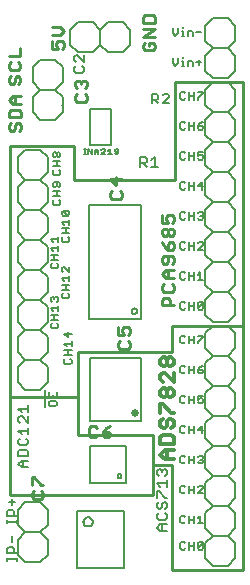
<source format=gto>
G75*
%MOIN*%
%OFA0B0*%
%FSLAX25Y25*%
%IPPOS*%
%LPD*%
%AMOC8*
5,1,8,0,0,1.08239X$1,22.5*
%
%ADD10C,0.01100*%
%ADD11C,0.00700*%
%ADD12C,0.00600*%
%ADD13C,0.01000*%
%ADD14C,0.01200*%
%ADD15C,0.00800*%
%ADD16C,0.00500*%
%ADD17C,0.02559*%
D10*
X0012128Y0027092D02*
X0011477Y0027743D01*
X0011477Y0029044D01*
X0012128Y0029694D01*
X0011477Y0031696D02*
X0011477Y0034298D01*
X0012128Y0034298D01*
X0014730Y0031696D01*
X0015381Y0031696D01*
X0014730Y0029694D02*
X0015381Y0029044D01*
X0015381Y0027743D01*
X0014730Y0027092D01*
X0012128Y0027092D01*
X0031173Y0047550D02*
X0030523Y0048201D01*
X0030523Y0050803D01*
X0031173Y0051453D01*
X0032474Y0051453D01*
X0033125Y0050803D01*
X0033125Y0048201D02*
X0032474Y0047550D01*
X0031173Y0047550D01*
X0035127Y0048201D02*
X0035777Y0047550D01*
X0037078Y0047550D01*
X0037729Y0048201D01*
X0037729Y0048851D01*
X0037078Y0049502D01*
X0035127Y0049502D01*
X0035127Y0048201D01*
X0035127Y0049502D02*
X0036428Y0050803D01*
X0037729Y0051453D01*
X0040878Y0077092D02*
X0040227Y0077743D01*
X0040227Y0079044D01*
X0040878Y0079694D01*
X0040227Y0081696D02*
X0042179Y0081696D01*
X0041528Y0082997D01*
X0041528Y0083648D01*
X0042179Y0084298D01*
X0043480Y0084298D01*
X0044131Y0083648D01*
X0044131Y0082347D01*
X0043480Y0081696D01*
X0043480Y0079694D02*
X0044131Y0079044D01*
X0044131Y0077743D01*
X0043480Y0077092D01*
X0040878Y0077092D01*
X0040227Y0081696D02*
X0040227Y0084298D01*
X0054977Y0091550D02*
X0054977Y0093502D01*
X0055628Y0094152D01*
X0056929Y0094152D01*
X0057580Y0093502D01*
X0057580Y0091550D01*
X0058881Y0091550D02*
X0054977Y0091550D01*
X0055628Y0096154D02*
X0058230Y0096154D01*
X0058881Y0096804D01*
X0058881Y0098106D01*
X0058230Y0098756D01*
X0058881Y0100758D02*
X0056278Y0100758D01*
X0054977Y0102059D01*
X0056278Y0103360D01*
X0058881Y0103360D01*
X0058230Y0105362D02*
X0058881Y0106012D01*
X0058881Y0107313D01*
X0058230Y0107964D01*
X0055628Y0107964D01*
X0054977Y0107313D01*
X0054977Y0106012D01*
X0055628Y0105362D01*
X0056278Y0105362D01*
X0056929Y0106012D01*
X0056929Y0107964D01*
X0056929Y0109966D02*
X0055628Y0111267D01*
X0054977Y0112568D01*
X0055628Y0114570D02*
X0054977Y0115220D01*
X0054977Y0116521D01*
X0055628Y0117172D01*
X0056278Y0117172D01*
X0056929Y0116521D01*
X0056929Y0115220D01*
X0056278Y0114570D01*
X0055628Y0114570D01*
X0056929Y0115220D02*
X0057580Y0114570D01*
X0058230Y0114570D01*
X0058881Y0115220D01*
X0058881Y0116521D01*
X0058230Y0117172D01*
X0057580Y0117172D01*
X0056929Y0116521D01*
X0056929Y0119174D02*
X0056278Y0120475D01*
X0056278Y0121125D01*
X0056929Y0121776D01*
X0058230Y0121776D01*
X0058881Y0121125D01*
X0058881Y0119824D01*
X0058230Y0119174D01*
X0056929Y0119174D02*
X0054977Y0119174D01*
X0054977Y0121776D01*
X0057580Y0112568D02*
X0056929Y0111917D01*
X0056929Y0109966D01*
X0058230Y0109966D01*
X0058881Y0110616D01*
X0058881Y0111917D01*
X0058230Y0112568D01*
X0057580Y0112568D01*
X0056929Y0103360D02*
X0056929Y0100758D01*
X0055628Y0098756D02*
X0054977Y0098106D01*
X0054977Y0096804D01*
X0055628Y0096154D01*
X0040980Y0127092D02*
X0041631Y0127743D01*
X0041631Y0129044D01*
X0040980Y0129694D01*
X0039679Y0131696D02*
X0039679Y0134298D01*
X0037727Y0133648D02*
X0039679Y0131696D01*
X0038378Y0129694D02*
X0037727Y0129044D01*
X0037727Y0127743D01*
X0038378Y0127092D01*
X0040980Y0127092D01*
X0041631Y0133648D02*
X0037727Y0133648D01*
X0029230Y0159300D02*
X0026628Y0159300D01*
X0025977Y0159951D01*
X0025977Y0161252D01*
X0026628Y0161902D01*
X0026628Y0163904D02*
X0025977Y0164554D01*
X0025977Y0165856D01*
X0026628Y0166506D01*
X0027278Y0166506D01*
X0027929Y0165856D01*
X0028580Y0166506D01*
X0029230Y0166506D01*
X0029881Y0165856D01*
X0029881Y0164554D01*
X0029230Y0163904D01*
X0027929Y0165205D02*
X0027929Y0165856D01*
X0029230Y0161902D02*
X0029881Y0161252D01*
X0029881Y0159951D01*
X0029230Y0159300D01*
X0021554Y0177020D02*
X0022205Y0177670D01*
X0022205Y0178971D01*
X0021554Y0179622D01*
X0020253Y0179622D01*
X0019602Y0178971D01*
X0019602Y0178321D01*
X0020253Y0177020D01*
X0018301Y0177020D01*
X0018301Y0179622D01*
X0018301Y0181623D02*
X0020903Y0181623D01*
X0022205Y0182925D01*
X0020903Y0184226D01*
X0018301Y0184226D01*
X0007750Y0177296D02*
X0007750Y0174694D01*
X0003847Y0174694D01*
X0004497Y0172693D02*
X0003847Y0172042D01*
X0003847Y0170741D01*
X0004497Y0170090D01*
X0007099Y0170090D01*
X0007750Y0170741D01*
X0007750Y0172042D01*
X0007099Y0172693D01*
X0007099Y0168089D02*
X0006449Y0168089D01*
X0005798Y0167438D01*
X0005798Y0166137D01*
X0005148Y0165486D01*
X0004497Y0165486D01*
X0003847Y0166137D01*
X0003847Y0167438D01*
X0004497Y0168089D01*
X0007099Y0168089D02*
X0007750Y0167438D01*
X0007750Y0166137D01*
X0007099Y0165486D01*
X0007875Y0161434D02*
X0005273Y0161434D01*
X0003971Y0160133D01*
X0005273Y0158832D01*
X0007875Y0158832D01*
X0007224Y0156830D02*
X0004622Y0156830D01*
X0003971Y0156179D01*
X0003971Y0154228D01*
X0007875Y0154228D01*
X0007875Y0156179D01*
X0007224Y0156830D01*
X0005923Y0158832D02*
X0005923Y0161434D01*
X0006574Y0152226D02*
X0007224Y0152226D01*
X0007875Y0151576D01*
X0007875Y0150274D01*
X0007224Y0149624D01*
X0005923Y0150274D02*
X0005923Y0151576D01*
X0006574Y0152226D01*
X0005923Y0150274D02*
X0005273Y0149624D01*
X0004622Y0149624D01*
X0003971Y0150274D01*
X0003971Y0151576D01*
X0004622Y0152226D01*
X0048727Y0177201D02*
X0049378Y0176550D01*
X0051980Y0176550D01*
X0052631Y0177201D01*
X0052631Y0178502D01*
X0051980Y0179152D01*
X0050679Y0179152D01*
X0050679Y0177851D01*
X0049378Y0179152D02*
X0048727Y0178502D01*
X0048727Y0177201D01*
X0048727Y0181154D02*
X0052631Y0183756D01*
X0048727Y0183756D01*
X0048727Y0185758D02*
X0048727Y0187710D01*
X0049378Y0188360D01*
X0051980Y0188360D01*
X0052631Y0187710D01*
X0052631Y0185758D01*
X0048727Y0185758D01*
X0048727Y0181154D02*
X0052631Y0181154D01*
D11*
X0058531Y0182184D02*
X0059365Y0181350D01*
X0060199Y0182184D01*
X0060199Y0183852D01*
X0061477Y0183018D02*
X0061894Y0183018D01*
X0061894Y0181350D01*
X0061477Y0181350D02*
X0062311Y0181350D01*
X0063442Y0181350D02*
X0063442Y0183018D01*
X0064693Y0183018D01*
X0065110Y0182601D01*
X0065110Y0181350D01*
X0066388Y0182601D02*
X0068056Y0182601D01*
X0067222Y0173435D02*
X0067222Y0171767D01*
X0066388Y0172601D02*
X0068056Y0172601D01*
X0065110Y0172601D02*
X0065110Y0171350D01*
X0065110Y0172601D02*
X0064693Y0173018D01*
X0063442Y0173018D01*
X0063442Y0171350D01*
X0062311Y0171350D02*
X0061477Y0171350D01*
X0061894Y0171350D02*
X0061894Y0173018D01*
X0061477Y0173018D01*
X0061894Y0173852D02*
X0061894Y0174269D01*
X0060199Y0173852D02*
X0060199Y0172184D01*
X0059365Y0171350D01*
X0058531Y0172184D01*
X0058531Y0173852D01*
X0058531Y0182184D02*
X0058531Y0183852D01*
X0061894Y0183852D02*
X0061894Y0184269D01*
X0062282Y0162602D02*
X0061448Y0162602D01*
X0061031Y0162185D01*
X0061031Y0160517D01*
X0061448Y0160100D01*
X0062282Y0160100D01*
X0062699Y0160517D01*
X0062699Y0162185D02*
X0062282Y0162602D01*
X0063977Y0162602D02*
X0063977Y0160100D01*
X0063977Y0161351D02*
X0065645Y0161351D01*
X0065645Y0162602D02*
X0065645Y0160100D01*
X0066924Y0160100D02*
X0066924Y0160517D01*
X0068592Y0162185D01*
X0068592Y0162602D01*
X0066924Y0162602D01*
X0065645Y0152602D02*
X0065645Y0150100D01*
X0065645Y0151351D02*
X0063977Y0151351D01*
X0063977Y0150100D02*
X0063977Y0152602D01*
X0062699Y0152185D02*
X0062282Y0152602D01*
X0061448Y0152602D01*
X0061031Y0152185D01*
X0061031Y0150517D01*
X0061448Y0150100D01*
X0062282Y0150100D01*
X0062699Y0150517D01*
X0062282Y0142602D02*
X0061448Y0142602D01*
X0061031Y0142185D01*
X0061031Y0140517D01*
X0061448Y0140100D01*
X0062282Y0140100D01*
X0062699Y0140517D01*
X0062699Y0142185D02*
X0062282Y0142602D01*
X0063977Y0142602D02*
X0063977Y0140100D01*
X0063977Y0141351D02*
X0065645Y0141351D01*
X0065645Y0142602D02*
X0065645Y0140100D01*
X0066924Y0140517D02*
X0067341Y0140100D01*
X0068175Y0140100D01*
X0068592Y0140517D01*
X0068592Y0141351D01*
X0068175Y0141768D01*
X0067758Y0141768D01*
X0066924Y0141351D01*
X0066924Y0142602D01*
X0068592Y0142602D01*
X0068175Y0150100D02*
X0067341Y0150100D01*
X0066924Y0150517D01*
X0066924Y0151351D01*
X0068175Y0151351D01*
X0068592Y0150934D01*
X0068592Y0150517D01*
X0068175Y0150100D01*
X0066924Y0151351D02*
X0067758Y0152185D01*
X0068592Y0152602D01*
X0068175Y0132602D02*
X0066924Y0131351D01*
X0068592Y0131351D01*
X0068175Y0130100D02*
X0068175Y0132602D01*
X0065645Y0132602D02*
X0065645Y0130100D01*
X0065645Y0131351D02*
X0063977Y0131351D01*
X0063977Y0130100D02*
X0063977Y0132602D01*
X0062699Y0132185D02*
X0062282Y0132602D01*
X0061448Y0132602D01*
X0061031Y0132185D01*
X0061031Y0130517D01*
X0061448Y0130100D01*
X0062282Y0130100D01*
X0062699Y0130517D01*
X0062282Y0122602D02*
X0061448Y0122602D01*
X0061031Y0122185D01*
X0061031Y0120517D01*
X0061448Y0120100D01*
X0062282Y0120100D01*
X0062699Y0120517D01*
X0062699Y0122185D02*
X0062282Y0122602D01*
X0063977Y0122602D02*
X0063977Y0120100D01*
X0063977Y0121351D02*
X0065645Y0121351D01*
X0065645Y0122602D02*
X0065645Y0120100D01*
X0066924Y0120517D02*
X0067341Y0120100D01*
X0068175Y0120100D01*
X0068592Y0120517D01*
X0068592Y0120934D01*
X0068175Y0121351D01*
X0067758Y0121351D01*
X0068175Y0121351D02*
X0068592Y0121768D01*
X0068592Y0122185D01*
X0068175Y0122602D01*
X0067341Y0122602D01*
X0066924Y0122185D01*
X0067341Y0112602D02*
X0066924Y0112185D01*
X0067341Y0112602D02*
X0068175Y0112602D01*
X0068592Y0112185D01*
X0068592Y0111768D01*
X0066924Y0110100D01*
X0068592Y0110100D01*
X0065645Y0110100D02*
X0065645Y0112602D01*
X0065645Y0111351D02*
X0063977Y0111351D01*
X0063977Y0110100D02*
X0063977Y0112602D01*
X0062699Y0112185D02*
X0062282Y0112602D01*
X0061448Y0112602D01*
X0061031Y0112185D01*
X0061031Y0110517D01*
X0061448Y0110100D01*
X0062282Y0110100D01*
X0062699Y0110517D01*
X0062282Y0102602D02*
X0061448Y0102602D01*
X0061031Y0102185D01*
X0061031Y0100517D01*
X0061448Y0100100D01*
X0062282Y0100100D01*
X0062699Y0100517D01*
X0062699Y0102185D02*
X0062282Y0102602D01*
X0063977Y0102602D02*
X0063977Y0100100D01*
X0063977Y0101351D02*
X0065645Y0101351D01*
X0065645Y0102602D02*
X0065645Y0100100D01*
X0066924Y0100100D02*
X0068592Y0100100D01*
X0067758Y0100100D02*
X0067758Y0102602D01*
X0066924Y0101768D01*
X0067341Y0092602D02*
X0068175Y0092602D01*
X0068592Y0092185D01*
X0066924Y0090517D01*
X0067341Y0090100D01*
X0068175Y0090100D01*
X0068592Y0090517D01*
X0068592Y0092185D01*
X0067341Y0092602D02*
X0066924Y0092185D01*
X0066924Y0090517D01*
X0065645Y0090100D02*
X0065645Y0092602D01*
X0065645Y0091351D02*
X0063977Y0091351D01*
X0063977Y0090100D02*
X0063977Y0092602D01*
X0062699Y0092185D02*
X0062282Y0092602D01*
X0061448Y0092602D01*
X0061031Y0092185D01*
X0061031Y0090517D01*
X0061448Y0090100D01*
X0062282Y0090100D01*
X0062699Y0090517D01*
X0062282Y0081352D02*
X0061448Y0081352D01*
X0061031Y0080935D01*
X0061031Y0079267D01*
X0061448Y0078850D01*
X0062282Y0078850D01*
X0062699Y0079267D01*
X0062699Y0080935D02*
X0062282Y0081352D01*
X0063977Y0081352D02*
X0063977Y0078850D01*
X0063977Y0080101D02*
X0065645Y0080101D01*
X0065645Y0081352D02*
X0065645Y0078850D01*
X0066924Y0078850D02*
X0066924Y0079267D01*
X0068592Y0080935D01*
X0068592Y0081352D01*
X0066924Y0081352D01*
X0065645Y0071352D02*
X0065645Y0068850D01*
X0065645Y0070101D02*
X0063977Y0070101D01*
X0063977Y0068850D02*
X0063977Y0071352D01*
X0062699Y0070935D02*
X0062282Y0071352D01*
X0061448Y0071352D01*
X0061031Y0070935D01*
X0061031Y0069267D01*
X0061448Y0068850D01*
X0062282Y0068850D01*
X0062699Y0069267D01*
X0062282Y0061352D02*
X0061448Y0061352D01*
X0061031Y0060935D01*
X0061031Y0059267D01*
X0061448Y0058850D01*
X0062282Y0058850D01*
X0062699Y0059267D01*
X0062699Y0060935D02*
X0062282Y0061352D01*
X0063977Y0061352D02*
X0063977Y0058850D01*
X0063977Y0060101D02*
X0065645Y0060101D01*
X0065645Y0061352D02*
X0065645Y0058850D01*
X0066924Y0059267D02*
X0067341Y0058850D01*
X0068175Y0058850D01*
X0068592Y0059267D01*
X0068592Y0060101D01*
X0068175Y0060518D01*
X0067758Y0060518D01*
X0066924Y0060101D01*
X0066924Y0061352D01*
X0068592Y0061352D01*
X0068175Y0068850D02*
X0067341Y0068850D01*
X0066924Y0069267D01*
X0066924Y0070101D01*
X0068175Y0070101D01*
X0068592Y0069684D01*
X0068592Y0069267D01*
X0068175Y0068850D01*
X0066924Y0070101D02*
X0067758Y0070935D01*
X0068592Y0071352D01*
X0068175Y0051352D02*
X0066924Y0050101D01*
X0068592Y0050101D01*
X0068175Y0048850D02*
X0068175Y0051352D01*
X0065645Y0051352D02*
X0065645Y0048850D01*
X0065645Y0050101D02*
X0063977Y0050101D01*
X0063977Y0048850D02*
X0063977Y0051352D01*
X0062699Y0050935D02*
X0062282Y0051352D01*
X0061448Y0051352D01*
X0061031Y0050935D01*
X0061031Y0049267D01*
X0061448Y0048850D01*
X0062282Y0048850D01*
X0062699Y0049267D01*
X0062282Y0041352D02*
X0061448Y0041352D01*
X0061031Y0040935D01*
X0061031Y0039267D01*
X0061448Y0038850D01*
X0062282Y0038850D01*
X0062699Y0039267D01*
X0062699Y0040935D02*
X0062282Y0041352D01*
X0063977Y0041352D02*
X0063977Y0038850D01*
X0063977Y0040101D02*
X0065645Y0040101D01*
X0065645Y0041352D02*
X0065645Y0038850D01*
X0066924Y0039267D02*
X0067341Y0038850D01*
X0068175Y0038850D01*
X0068592Y0039267D01*
X0068592Y0039684D01*
X0068175Y0040101D01*
X0067758Y0040101D01*
X0068175Y0040101D02*
X0068592Y0040518D01*
X0068592Y0040935D01*
X0068175Y0041352D01*
X0067341Y0041352D01*
X0066924Y0040935D01*
X0067341Y0031352D02*
X0066924Y0030935D01*
X0067341Y0031352D02*
X0068175Y0031352D01*
X0068592Y0030935D01*
X0068592Y0030518D01*
X0066924Y0028850D01*
X0068592Y0028850D01*
X0065645Y0028850D02*
X0065645Y0031352D01*
X0065645Y0030101D02*
X0063977Y0030101D01*
X0063977Y0028850D02*
X0063977Y0031352D01*
X0062699Y0030935D02*
X0062282Y0031352D01*
X0061448Y0031352D01*
X0061031Y0030935D01*
X0061031Y0029267D01*
X0061448Y0028850D01*
X0062282Y0028850D01*
X0062699Y0029267D01*
X0062282Y0021352D02*
X0061448Y0021352D01*
X0061031Y0020935D01*
X0061031Y0019267D01*
X0061448Y0018850D01*
X0062282Y0018850D01*
X0062699Y0019267D01*
X0062699Y0020935D02*
X0062282Y0021352D01*
X0063977Y0021352D02*
X0063977Y0018850D01*
X0063977Y0020101D02*
X0065645Y0020101D01*
X0065645Y0021352D02*
X0065645Y0018850D01*
X0066924Y0018850D02*
X0068592Y0018850D01*
X0067758Y0018850D02*
X0067758Y0021352D01*
X0066924Y0020518D01*
X0067341Y0012602D02*
X0066924Y0012185D01*
X0066924Y0010517D01*
X0068592Y0012185D01*
X0068592Y0010517D01*
X0068175Y0010100D01*
X0067341Y0010100D01*
X0066924Y0010517D01*
X0065645Y0010100D02*
X0065645Y0012602D01*
X0065645Y0011351D02*
X0063977Y0011351D01*
X0063977Y0010100D02*
X0063977Y0012602D01*
X0062699Y0012185D02*
X0062282Y0012602D01*
X0061448Y0012602D01*
X0061031Y0012185D01*
X0061031Y0010517D01*
X0061448Y0010100D01*
X0062282Y0010100D01*
X0062699Y0010517D01*
X0067341Y0012602D02*
X0068175Y0012602D01*
X0068592Y0012185D01*
X0024364Y0072064D02*
X0024781Y0072481D01*
X0024781Y0073315D01*
X0024364Y0073732D01*
X0024781Y0075010D02*
X0022279Y0075010D01*
X0023530Y0075010D02*
X0023530Y0076679D01*
X0022279Y0076679D02*
X0024781Y0076679D01*
X0024781Y0077957D02*
X0024781Y0079625D01*
X0024781Y0078791D02*
X0022279Y0078791D01*
X0023113Y0077957D01*
X0023530Y0080903D02*
X0022279Y0082155D01*
X0024781Y0082155D01*
X0023530Y0082572D02*
X0023530Y0080903D01*
X0020331Y0084267D02*
X0020331Y0085101D01*
X0019914Y0085518D01*
X0020331Y0084267D02*
X0019914Y0083850D01*
X0018246Y0083850D01*
X0017829Y0084267D01*
X0017829Y0085101D01*
X0018246Y0085518D01*
X0017829Y0086797D02*
X0020331Y0086797D01*
X0020331Y0088465D02*
X0017829Y0088465D01*
X0019080Y0088465D02*
X0019080Y0086797D01*
X0018663Y0089743D02*
X0017829Y0090577D01*
X0020331Y0090577D01*
X0020331Y0089743D02*
X0020331Y0091411D01*
X0019914Y0092690D02*
X0020331Y0093107D01*
X0020331Y0093941D01*
X0019914Y0094358D01*
X0019497Y0094358D01*
X0019080Y0093941D01*
X0019080Y0093524D01*
X0019080Y0093941D02*
X0018663Y0094358D01*
X0018246Y0094358D01*
X0017829Y0093941D01*
X0017829Y0093107D01*
X0018246Y0092690D01*
X0021579Y0094267D02*
X0021996Y0093850D01*
X0023664Y0093850D01*
X0024081Y0094267D01*
X0024081Y0095101D01*
X0023664Y0095518D01*
X0024081Y0096797D02*
X0021579Y0096797D01*
X0021996Y0095518D02*
X0021579Y0095101D01*
X0021579Y0094267D01*
X0022830Y0096797D02*
X0022830Y0098465D01*
X0021579Y0098465D02*
X0024081Y0098465D01*
X0024081Y0099743D02*
X0024081Y0101411D01*
X0024081Y0100577D02*
X0021579Y0100577D01*
X0022413Y0099743D01*
X0021996Y0102690D02*
X0021579Y0103107D01*
X0021579Y0103941D01*
X0021996Y0104358D01*
X0022413Y0104358D01*
X0024081Y0102690D01*
X0024081Y0104358D01*
X0020331Y0104267D02*
X0020331Y0105101D01*
X0019914Y0105518D01*
X0020331Y0104267D02*
X0019914Y0103850D01*
X0018246Y0103850D01*
X0017829Y0104267D01*
X0017829Y0105101D01*
X0018246Y0105518D01*
X0017829Y0106797D02*
X0020331Y0106797D01*
X0020331Y0108465D02*
X0017829Y0108465D01*
X0019080Y0108465D02*
X0019080Y0106797D01*
X0018663Y0109743D02*
X0017829Y0110577D01*
X0020331Y0110577D01*
X0020331Y0109743D02*
X0020331Y0111411D01*
X0020331Y0112690D02*
X0020331Y0114358D01*
X0020331Y0113524D02*
X0017829Y0113524D01*
X0018663Y0112690D01*
X0021579Y0113017D02*
X0021996Y0112600D01*
X0023664Y0112600D01*
X0024081Y0113017D01*
X0024081Y0113851D01*
X0023664Y0114268D01*
X0024081Y0115547D02*
X0021579Y0115547D01*
X0021996Y0114268D02*
X0021579Y0113851D01*
X0021579Y0113017D01*
X0022830Y0115547D02*
X0022830Y0117215D01*
X0021579Y0117215D02*
X0024081Y0117215D01*
X0024081Y0118493D02*
X0024081Y0120161D01*
X0024081Y0119327D02*
X0021579Y0119327D01*
X0022413Y0118493D01*
X0021996Y0121440D02*
X0021579Y0121857D01*
X0021579Y0122691D01*
X0021996Y0123108D01*
X0023664Y0121440D01*
X0024081Y0121857D01*
X0024081Y0122691D01*
X0023664Y0123108D01*
X0021996Y0123108D01*
X0021996Y0121440D02*
X0023664Y0121440D01*
X0020614Y0125010D02*
X0021031Y0125427D01*
X0021031Y0126262D01*
X0020614Y0126679D01*
X0021031Y0127957D02*
X0018529Y0127957D01*
X0019780Y0127957D02*
X0019780Y0129625D01*
X0018529Y0129625D02*
X0021031Y0129625D01*
X0020614Y0130903D02*
X0021031Y0131320D01*
X0021031Y0132155D01*
X0020614Y0132572D01*
X0018946Y0132572D01*
X0018529Y0132155D01*
X0018529Y0131320D01*
X0018946Y0130903D01*
X0019363Y0130903D01*
X0019780Y0131320D01*
X0019780Y0132572D01*
X0018946Y0135010D02*
X0020614Y0135010D01*
X0021031Y0135427D01*
X0021031Y0136262D01*
X0020614Y0136679D01*
X0021031Y0137957D02*
X0018529Y0137957D01*
X0019780Y0137957D02*
X0019780Y0139625D01*
X0018529Y0139625D02*
X0021031Y0139625D01*
X0020614Y0140903D02*
X0020197Y0140903D01*
X0019780Y0141320D01*
X0019780Y0142155D01*
X0020197Y0142572D01*
X0020614Y0142572D01*
X0021031Y0142155D01*
X0021031Y0141320D01*
X0020614Y0140903D01*
X0019780Y0141320D02*
X0019363Y0140903D01*
X0018946Y0140903D01*
X0018529Y0141320D01*
X0018529Y0142155D01*
X0018946Y0142572D01*
X0019363Y0142572D01*
X0019780Y0142155D01*
X0018946Y0136679D02*
X0018529Y0136262D01*
X0018529Y0135427D01*
X0018946Y0135010D01*
X0018946Y0126679D02*
X0018529Y0126262D01*
X0018529Y0125427D01*
X0018946Y0125010D01*
X0020614Y0125010D01*
X0022696Y0073732D02*
X0022279Y0073315D01*
X0022279Y0072481D01*
X0022696Y0072064D01*
X0024364Y0072064D01*
X0019781Y0062572D02*
X0019781Y0060903D01*
X0017279Y0060903D01*
X0017279Y0062572D01*
X0018530Y0061738D02*
X0018530Y0060903D01*
X0019364Y0059625D02*
X0017696Y0059625D01*
X0017279Y0059208D01*
X0017279Y0058374D01*
X0017696Y0057957D01*
X0019364Y0057957D01*
X0019781Y0058374D01*
X0019781Y0059208D01*
X0019364Y0059625D01*
X0015881Y0057607D02*
X0015881Y0063500D01*
D12*
X0014431Y0063500D02*
X0016931Y0066000D01*
X0016931Y0071000D01*
X0014431Y0073500D01*
X0016931Y0076000D01*
X0016931Y0081000D01*
X0014431Y0083500D01*
X0009431Y0083500D01*
X0006931Y0081000D01*
X0006931Y0076000D01*
X0009431Y0073500D01*
X0014431Y0073500D01*
X0014431Y0083500D02*
X0016931Y0086000D01*
X0016931Y0091000D01*
X0014431Y0093500D01*
X0016931Y0096000D01*
X0016931Y0101000D01*
X0014431Y0103500D01*
X0016931Y0106000D01*
X0016931Y0111000D01*
X0014431Y0113500D01*
X0009431Y0113500D01*
X0006931Y0111000D01*
X0006931Y0106000D01*
X0009431Y0103500D01*
X0014431Y0103500D01*
X0014431Y0093500D02*
X0009431Y0093500D01*
X0006931Y0096000D01*
X0006931Y0101000D01*
X0009431Y0103500D01*
X0009431Y0093500D02*
X0006931Y0091000D01*
X0006931Y0086000D01*
X0009431Y0083500D01*
X0009431Y0073500D02*
X0006931Y0071000D01*
X0006931Y0066000D01*
X0009431Y0063500D01*
X0014431Y0063500D01*
X0014431Y0026000D02*
X0009431Y0026000D01*
X0006931Y0023500D01*
X0006931Y0018500D01*
X0009431Y0016000D01*
X0006931Y0013500D01*
X0006931Y0008500D01*
X0009431Y0006000D01*
X0014431Y0006000D01*
X0016931Y0008500D01*
X0016931Y0013500D01*
X0014431Y0016000D01*
X0009431Y0016000D01*
X0014431Y0016000D02*
X0016931Y0018500D01*
X0016931Y0023500D01*
X0014431Y0026000D01*
X0014431Y0113500D02*
X0016931Y0116000D01*
X0016931Y0121000D01*
X0014431Y0123500D01*
X0016931Y0126000D01*
X0016931Y0131000D01*
X0014431Y0133500D01*
X0016931Y0136000D01*
X0016931Y0141000D01*
X0014431Y0143500D01*
X0009431Y0143500D01*
X0006931Y0141000D01*
X0006931Y0136000D01*
X0009431Y0133500D01*
X0014431Y0133500D01*
X0014431Y0123500D02*
X0009431Y0123500D01*
X0006931Y0126000D01*
X0006931Y0131000D01*
X0009431Y0133500D01*
X0009431Y0123500D02*
X0006931Y0121000D01*
X0006931Y0116000D01*
X0009431Y0113500D01*
X0014431Y0153500D02*
X0011931Y0156000D01*
X0011931Y0161000D01*
X0014431Y0163500D01*
X0011931Y0166000D01*
X0011931Y0171000D01*
X0014431Y0173500D01*
X0019431Y0173500D01*
X0021931Y0171000D01*
X0021931Y0166000D01*
X0019431Y0163500D01*
X0021931Y0161000D01*
X0021931Y0156000D01*
X0019431Y0153500D01*
X0014431Y0153500D01*
X0014431Y0163500D02*
X0019431Y0163500D01*
X0021755Y0158500D02*
X0021931Y0158500D01*
X0026931Y0176000D02*
X0031931Y0176000D01*
X0034431Y0178500D01*
X0036931Y0176000D01*
X0041931Y0176000D01*
X0044431Y0178500D01*
X0044431Y0183500D01*
X0041931Y0186000D01*
X0036931Y0186000D01*
X0034431Y0183500D01*
X0034431Y0178500D01*
X0034431Y0183500D02*
X0031931Y0186000D01*
X0026931Y0186000D01*
X0024431Y0183500D01*
X0024431Y0178500D01*
X0026931Y0176000D01*
X0069431Y0174750D02*
X0069431Y0169750D01*
X0071931Y0167250D01*
X0076931Y0167250D01*
X0079431Y0169750D01*
X0079431Y0174750D01*
X0076931Y0177250D01*
X0079431Y0179750D01*
X0079431Y0184750D01*
X0076931Y0187250D01*
X0071931Y0187250D01*
X0069431Y0184750D01*
X0069431Y0179750D01*
X0071931Y0177250D01*
X0076931Y0177250D01*
X0071931Y0177250D02*
X0069431Y0174750D01*
X0071931Y0166000D02*
X0076931Y0166000D01*
X0079431Y0163500D01*
X0079431Y0158500D01*
X0076931Y0156000D01*
X0079431Y0153500D01*
X0079431Y0148500D01*
X0076931Y0146000D01*
X0079431Y0143500D01*
X0079431Y0138500D01*
X0076931Y0136000D01*
X0079431Y0133500D01*
X0079431Y0128500D01*
X0076931Y0126000D01*
X0079431Y0123500D01*
X0079431Y0118500D01*
X0076931Y0116000D01*
X0079431Y0113500D01*
X0079431Y0108500D01*
X0076931Y0106000D01*
X0079431Y0103500D01*
X0079431Y0098500D01*
X0076931Y0096000D01*
X0079431Y0093500D01*
X0079431Y0088500D01*
X0076931Y0086000D01*
X0071931Y0086000D01*
X0069431Y0088500D01*
X0069431Y0093500D01*
X0071931Y0096000D01*
X0069431Y0098500D01*
X0069431Y0103500D01*
X0071931Y0106000D01*
X0076931Y0106000D01*
X0076931Y0116000D02*
X0071931Y0116000D01*
X0069431Y0118500D01*
X0069431Y0123500D01*
X0071931Y0126000D01*
X0069431Y0128500D01*
X0069431Y0133500D01*
X0071931Y0136000D01*
X0076931Y0136000D01*
X0076931Y0126000D02*
X0071931Y0126000D01*
X0071931Y0116000D02*
X0069431Y0113500D01*
X0069431Y0108500D01*
X0071931Y0106000D01*
X0071931Y0096000D02*
X0076931Y0096000D01*
X0076931Y0084750D02*
X0079431Y0082250D01*
X0079431Y0077250D01*
X0076931Y0074750D01*
X0079431Y0072250D01*
X0079431Y0067250D01*
X0076931Y0064750D01*
X0079431Y0062250D01*
X0079431Y0057250D01*
X0076931Y0054750D01*
X0079431Y0052250D01*
X0079431Y0047250D01*
X0076931Y0044750D01*
X0079431Y0042250D01*
X0079431Y0037250D01*
X0076931Y0034750D01*
X0079431Y0032250D01*
X0079431Y0027250D01*
X0076931Y0024750D01*
X0079431Y0022250D01*
X0079431Y0017250D01*
X0076931Y0014750D01*
X0079431Y0012250D01*
X0079431Y0007250D01*
X0076931Y0004750D01*
X0071931Y0004750D01*
X0069431Y0007250D01*
X0069431Y0012250D01*
X0071931Y0014750D01*
X0069431Y0017250D01*
X0069431Y0022250D01*
X0071931Y0024750D01*
X0076931Y0024750D01*
X0076931Y0014750D02*
X0071931Y0014750D01*
X0071931Y0024750D02*
X0069431Y0027250D01*
X0069431Y0032250D01*
X0071931Y0034750D01*
X0069431Y0037250D01*
X0069431Y0042250D01*
X0071931Y0044750D01*
X0069431Y0047250D01*
X0069431Y0052250D01*
X0071931Y0054750D01*
X0076931Y0054750D01*
X0076931Y0044750D02*
X0071931Y0044750D01*
X0071931Y0034750D02*
X0076931Y0034750D01*
X0071931Y0054750D02*
X0069431Y0057250D01*
X0069431Y0062250D01*
X0071931Y0064750D01*
X0069431Y0067250D01*
X0069431Y0072250D01*
X0071931Y0074750D01*
X0069431Y0077250D01*
X0069431Y0082250D01*
X0071931Y0084750D01*
X0076931Y0084750D01*
X0076931Y0074750D02*
X0071931Y0074750D01*
X0071931Y0064750D02*
X0076931Y0064750D01*
X0071931Y0136000D02*
X0069431Y0138500D01*
X0069431Y0143500D01*
X0071931Y0146000D01*
X0069431Y0148500D01*
X0069431Y0153500D01*
X0071931Y0156000D01*
X0069431Y0158500D01*
X0069431Y0163500D01*
X0071931Y0166000D01*
X0071931Y0156000D02*
X0076931Y0156000D01*
X0076931Y0146000D02*
X0071931Y0146000D01*
D13*
X0081931Y0166000D02*
X0081931Y0084750D01*
X0058181Y0084750D01*
X0058181Y0076000D01*
X0026931Y0076000D01*
X0026931Y0061000D01*
X0004431Y0061000D01*
X0004431Y0028500D01*
X0051931Y0028500D01*
X0051931Y0038500D01*
X0058181Y0038500D01*
X0058181Y0003500D01*
X0081931Y0003500D01*
X0081931Y0084750D01*
X0059431Y0133500D02*
X0059431Y0166000D01*
X0081931Y0166000D01*
X0059431Y0133500D02*
X0025681Y0133500D01*
X0025681Y0144750D01*
X0004431Y0144750D01*
X0004431Y0061000D01*
X0026931Y0061000D02*
X0026931Y0048500D01*
X0051931Y0048500D01*
X0051931Y0038500D01*
D14*
X0054427Y0041818D02*
X0055895Y0043286D01*
X0058831Y0043286D01*
X0058831Y0045506D02*
X0058831Y0047708D01*
X0058097Y0048442D01*
X0055161Y0048442D01*
X0054427Y0047708D01*
X0054427Y0045506D01*
X0058831Y0045506D01*
X0056629Y0043286D02*
X0056629Y0040350D01*
X0055895Y0040350D02*
X0054427Y0041818D01*
X0055895Y0040350D02*
X0058831Y0040350D01*
X0058097Y0050663D02*
X0058831Y0051397D01*
X0058831Y0052865D01*
X0058097Y0053599D01*
X0057363Y0053599D01*
X0056629Y0052865D01*
X0056629Y0051397D01*
X0055895Y0050663D01*
X0055161Y0050663D01*
X0054427Y0051397D01*
X0054427Y0052865D01*
X0055161Y0053599D01*
X0054427Y0055819D02*
X0054427Y0058755D01*
X0055161Y0058755D01*
X0058097Y0055819D01*
X0058831Y0055819D01*
X0058097Y0060976D02*
X0057363Y0060976D01*
X0056629Y0061710D01*
X0056629Y0063177D01*
X0057363Y0063911D01*
X0058097Y0063911D01*
X0058831Y0063177D01*
X0058831Y0061710D01*
X0058097Y0060976D01*
X0056629Y0061710D02*
X0055895Y0060976D01*
X0055161Y0060976D01*
X0054427Y0061710D01*
X0054427Y0063177D01*
X0055161Y0063911D01*
X0055895Y0063911D01*
X0056629Y0063177D01*
X0055161Y0066132D02*
X0054427Y0066866D01*
X0054427Y0068334D01*
X0055161Y0069068D01*
X0055895Y0069068D01*
X0058831Y0066132D01*
X0058831Y0069068D01*
X0058097Y0071288D02*
X0057363Y0071288D01*
X0056629Y0072022D01*
X0056629Y0073490D01*
X0057363Y0074224D01*
X0058097Y0074224D01*
X0058831Y0073490D01*
X0058831Y0072022D01*
X0058097Y0071288D01*
X0056629Y0072022D02*
X0055895Y0071288D01*
X0055161Y0071288D01*
X0054427Y0072022D01*
X0054427Y0073490D01*
X0055161Y0074224D01*
X0055895Y0074224D01*
X0056629Y0073490D01*
D15*
X0003328Y0007468D02*
X0003328Y0006400D01*
X0003328Y0006934D02*
X0006531Y0006934D01*
X0006531Y0006400D02*
X0006531Y0007468D01*
X0006531Y0008855D02*
X0003328Y0008855D01*
X0003328Y0010457D01*
X0003862Y0010991D01*
X0004929Y0010991D01*
X0005463Y0010457D01*
X0005463Y0008855D01*
X0004929Y0012539D02*
X0004929Y0014674D01*
X0003328Y0018900D02*
X0003328Y0019968D01*
X0003328Y0019434D02*
X0006531Y0019434D01*
X0006531Y0018900D02*
X0006531Y0019968D01*
X0006531Y0021355D02*
X0003328Y0021355D01*
X0003328Y0022957D01*
X0003862Y0023491D01*
X0004929Y0023491D01*
X0005463Y0022957D01*
X0005463Y0021355D01*
X0004929Y0025039D02*
X0004929Y0027174D01*
X0003862Y0026106D02*
X0005997Y0026106D01*
X0008146Y0037650D02*
X0007078Y0038718D01*
X0008146Y0039785D01*
X0010281Y0039785D01*
X0010281Y0041333D02*
X0010281Y0042935D01*
X0009747Y0043468D01*
X0007612Y0043468D01*
X0007078Y0042935D01*
X0007078Y0041333D01*
X0010281Y0041333D01*
X0008679Y0039785D02*
X0008679Y0037650D01*
X0008146Y0037650D02*
X0010281Y0037650D01*
X0009747Y0045016D02*
X0007612Y0045016D01*
X0007078Y0045550D01*
X0007078Y0046618D01*
X0007612Y0047151D01*
X0008146Y0048699D02*
X0007078Y0049767D01*
X0010281Y0049767D01*
X0010281Y0048699D02*
X0010281Y0050835D01*
X0010281Y0052383D02*
X0008146Y0054518D01*
X0007612Y0054518D01*
X0007078Y0053984D01*
X0007078Y0052916D01*
X0007612Y0052383D01*
X0008146Y0056066D02*
X0007078Y0057133D01*
X0010281Y0057133D01*
X0010281Y0056066D02*
X0010281Y0058201D01*
X0010281Y0054518D02*
X0010281Y0052383D01*
X0009747Y0047151D02*
X0010281Y0046618D01*
X0010281Y0045550D01*
X0009747Y0045016D01*
X0030966Y0052870D02*
X0047895Y0052870D01*
X0047895Y0074130D01*
X0030966Y0074130D01*
X0030966Y0052870D01*
X0053328Y0036417D02*
X0053862Y0036951D01*
X0054396Y0036951D01*
X0054929Y0036417D01*
X0055463Y0036951D01*
X0055997Y0036951D01*
X0056531Y0036417D01*
X0056531Y0035350D01*
X0055997Y0034816D01*
X0054929Y0035883D02*
X0054929Y0036417D01*
X0053862Y0034816D02*
X0053328Y0035350D01*
X0053328Y0036417D01*
X0053328Y0032200D02*
X0056531Y0032200D01*
X0056531Y0031133D02*
X0056531Y0033268D01*
X0054396Y0031133D02*
X0053328Y0032200D01*
X0053328Y0029585D02*
X0053862Y0029585D01*
X0055997Y0027449D01*
X0056531Y0027449D01*
X0055997Y0025901D02*
X0056531Y0025368D01*
X0056531Y0024300D01*
X0055997Y0023766D01*
X0054929Y0024300D02*
X0054929Y0025368D01*
X0055463Y0025901D01*
X0055997Y0025901D01*
X0054929Y0024300D02*
X0054396Y0023766D01*
X0053862Y0023766D01*
X0053328Y0024300D01*
X0053328Y0025368D01*
X0053862Y0025901D01*
X0053328Y0027449D02*
X0053328Y0029585D01*
X0053862Y0022218D02*
X0053328Y0021685D01*
X0053328Y0020617D01*
X0053862Y0020083D01*
X0055997Y0020083D01*
X0056531Y0020617D01*
X0056531Y0021685D01*
X0055997Y0022218D01*
X0056531Y0018535D02*
X0054396Y0018535D01*
X0053328Y0017468D01*
X0054396Y0016400D01*
X0056531Y0016400D01*
X0054929Y0016400D02*
X0054929Y0018535D01*
X0053520Y0137813D02*
X0051385Y0137813D01*
X0052453Y0137813D02*
X0052453Y0141016D01*
X0051385Y0139948D01*
X0049837Y0139414D02*
X0049304Y0138880D01*
X0047702Y0138880D01*
X0047702Y0137813D02*
X0047702Y0141016D01*
X0049304Y0141016D01*
X0049837Y0140482D01*
X0049837Y0139414D01*
X0048770Y0138880D02*
X0049837Y0137813D01*
X0051467Y0158863D02*
X0051467Y0162066D01*
X0053069Y0162066D01*
X0053603Y0161532D01*
X0053603Y0160465D01*
X0053069Y0159931D01*
X0051467Y0159931D01*
X0052535Y0159931D02*
X0053603Y0158863D01*
X0055151Y0158863D02*
X0057286Y0160999D01*
X0057286Y0161532D01*
X0056752Y0162066D01*
X0055684Y0162066D01*
X0055151Y0161532D01*
X0055151Y0158863D02*
X0057286Y0158863D01*
X0028781Y0169684D02*
X0028781Y0170751D01*
X0028247Y0171285D01*
X0028781Y0172833D02*
X0026646Y0174968D01*
X0026112Y0174968D01*
X0025578Y0174435D01*
X0025578Y0173367D01*
X0026112Y0172833D01*
X0026112Y0171285D02*
X0025578Y0170751D01*
X0025578Y0169684D01*
X0026112Y0169150D01*
X0028247Y0169150D01*
X0028781Y0169684D01*
X0028781Y0172833D02*
X0028781Y0174968D01*
D16*
X0030986Y0156906D02*
X0037876Y0156906D01*
X0037876Y0145094D01*
X0030986Y0145094D01*
X0030986Y0156906D01*
X0031554Y0143793D02*
X0031554Y0141892D01*
X0030286Y0143793D01*
X0030286Y0141892D01*
X0029447Y0141892D02*
X0028813Y0141892D01*
X0029130Y0141892D02*
X0029130Y0143793D01*
X0028813Y0143793D02*
X0029447Y0143793D01*
X0032496Y0143159D02*
X0032496Y0141892D01*
X0032496Y0142843D02*
X0033764Y0142843D01*
X0033764Y0143159D02*
X0033764Y0141892D01*
X0034706Y0141892D02*
X0035974Y0143159D01*
X0035974Y0143476D01*
X0035657Y0143793D01*
X0035023Y0143793D01*
X0034706Y0143476D01*
X0033764Y0143159D02*
X0033130Y0143793D01*
X0032496Y0143159D01*
X0034706Y0141892D02*
X0035974Y0141892D01*
X0036916Y0141892D02*
X0038183Y0141892D01*
X0037550Y0141892D02*
X0037550Y0143793D01*
X0036916Y0143159D01*
X0039126Y0143159D02*
X0039442Y0142843D01*
X0040393Y0142843D01*
X0040393Y0143476D02*
X0040076Y0143793D01*
X0039442Y0143793D01*
X0039126Y0143476D01*
X0039126Y0143159D01*
X0039126Y0142209D02*
X0039442Y0141892D01*
X0040076Y0141892D01*
X0040393Y0142209D01*
X0040393Y0143476D01*
X0048092Y0125094D02*
X0048092Y0086906D01*
X0030769Y0086906D01*
X0030769Y0125094D01*
X0048092Y0125094D01*
X0044850Y0089661D02*
X0044852Y0089720D01*
X0044858Y0089778D01*
X0044868Y0089836D01*
X0044881Y0089893D01*
X0044899Y0089950D01*
X0044920Y0090005D01*
X0044945Y0090058D01*
X0044973Y0090109D01*
X0045004Y0090159D01*
X0045039Y0090206D01*
X0045077Y0090251D01*
X0045118Y0090294D01*
X0045162Y0090333D01*
X0045208Y0090369D01*
X0045256Y0090403D01*
X0045307Y0090433D01*
X0045360Y0090459D01*
X0045414Y0090482D01*
X0045469Y0090501D01*
X0045526Y0090517D01*
X0045584Y0090529D01*
X0045642Y0090537D01*
X0045701Y0090541D01*
X0045759Y0090541D01*
X0045818Y0090537D01*
X0045876Y0090529D01*
X0045934Y0090517D01*
X0045991Y0090501D01*
X0046046Y0090482D01*
X0046100Y0090459D01*
X0046153Y0090433D01*
X0046204Y0090403D01*
X0046252Y0090369D01*
X0046298Y0090333D01*
X0046342Y0090294D01*
X0046383Y0090251D01*
X0046421Y0090206D01*
X0046456Y0090159D01*
X0046487Y0090109D01*
X0046515Y0090058D01*
X0046540Y0090005D01*
X0046561Y0089950D01*
X0046579Y0089893D01*
X0046592Y0089836D01*
X0046602Y0089778D01*
X0046608Y0089720D01*
X0046610Y0089661D01*
X0046608Y0089602D01*
X0046602Y0089544D01*
X0046592Y0089486D01*
X0046579Y0089429D01*
X0046561Y0089372D01*
X0046540Y0089317D01*
X0046515Y0089264D01*
X0046487Y0089213D01*
X0046456Y0089163D01*
X0046421Y0089116D01*
X0046383Y0089071D01*
X0046342Y0089028D01*
X0046298Y0088989D01*
X0046252Y0088953D01*
X0046204Y0088919D01*
X0046153Y0088889D01*
X0046100Y0088863D01*
X0046046Y0088840D01*
X0045991Y0088821D01*
X0045934Y0088805D01*
X0045876Y0088793D01*
X0045818Y0088785D01*
X0045759Y0088781D01*
X0045701Y0088781D01*
X0045642Y0088785D01*
X0045584Y0088793D01*
X0045526Y0088805D01*
X0045469Y0088821D01*
X0045414Y0088840D01*
X0045360Y0088863D01*
X0045307Y0088889D01*
X0045256Y0088919D01*
X0045208Y0088953D01*
X0045162Y0088989D01*
X0045118Y0089028D01*
X0045077Y0089071D01*
X0045039Y0089116D01*
X0045004Y0089163D01*
X0044973Y0089213D01*
X0044945Y0089264D01*
X0044920Y0089317D01*
X0044899Y0089372D01*
X0044881Y0089429D01*
X0044868Y0089486D01*
X0044858Y0089544D01*
X0044852Y0089602D01*
X0044850Y0089661D01*
X0043033Y0044602D02*
X0030828Y0044602D01*
X0030828Y0032398D01*
X0043033Y0032398D01*
X0043033Y0044602D01*
X0040129Y0034661D02*
X0040131Y0034711D01*
X0040137Y0034761D01*
X0040147Y0034810D01*
X0040160Y0034859D01*
X0040178Y0034906D01*
X0040199Y0034952D01*
X0040223Y0034995D01*
X0040251Y0035037D01*
X0040282Y0035077D01*
X0040316Y0035114D01*
X0040353Y0035148D01*
X0040393Y0035179D01*
X0040435Y0035207D01*
X0040478Y0035231D01*
X0040524Y0035252D01*
X0040571Y0035270D01*
X0040620Y0035283D01*
X0040669Y0035293D01*
X0040719Y0035299D01*
X0040769Y0035301D01*
X0040819Y0035299D01*
X0040869Y0035293D01*
X0040918Y0035283D01*
X0040967Y0035270D01*
X0041014Y0035252D01*
X0041060Y0035231D01*
X0041103Y0035207D01*
X0041145Y0035179D01*
X0041185Y0035148D01*
X0041222Y0035114D01*
X0041256Y0035077D01*
X0041287Y0035037D01*
X0041315Y0034995D01*
X0041339Y0034952D01*
X0041360Y0034906D01*
X0041378Y0034859D01*
X0041391Y0034810D01*
X0041401Y0034761D01*
X0041407Y0034711D01*
X0041409Y0034661D01*
X0041407Y0034611D01*
X0041401Y0034561D01*
X0041391Y0034512D01*
X0041378Y0034463D01*
X0041360Y0034416D01*
X0041339Y0034370D01*
X0041315Y0034327D01*
X0041287Y0034285D01*
X0041256Y0034245D01*
X0041222Y0034208D01*
X0041185Y0034174D01*
X0041145Y0034143D01*
X0041103Y0034115D01*
X0041060Y0034091D01*
X0041014Y0034070D01*
X0040967Y0034052D01*
X0040918Y0034039D01*
X0040869Y0034029D01*
X0040819Y0034023D01*
X0040769Y0034021D01*
X0040719Y0034023D01*
X0040669Y0034029D01*
X0040620Y0034039D01*
X0040571Y0034052D01*
X0040524Y0034070D01*
X0040478Y0034091D01*
X0040435Y0034115D01*
X0040393Y0034143D01*
X0040353Y0034174D01*
X0040316Y0034208D01*
X0040282Y0034245D01*
X0040251Y0034285D01*
X0040223Y0034327D01*
X0040199Y0034370D01*
X0040178Y0034416D01*
X0040160Y0034463D01*
X0040147Y0034512D01*
X0040137Y0034561D01*
X0040131Y0034611D01*
X0040129Y0034661D01*
X0042108Y0023146D02*
X0026753Y0023146D01*
X0026753Y0003854D01*
X0042108Y0003854D01*
X0042108Y0023146D01*
X0028760Y0019406D02*
X0028762Y0019484D01*
X0028768Y0019561D01*
X0028778Y0019639D01*
X0028791Y0019715D01*
X0028809Y0019791D01*
X0028830Y0019866D01*
X0028856Y0019940D01*
X0028885Y0020012D01*
X0028917Y0020083D01*
X0028953Y0020152D01*
X0028993Y0020219D01*
X0029035Y0020284D01*
X0029082Y0020347D01*
X0029131Y0020407D01*
X0029183Y0020465D01*
X0029238Y0020520D01*
X0029296Y0020572D01*
X0029356Y0020621D01*
X0029419Y0020668D01*
X0029484Y0020710D01*
X0029551Y0020750D01*
X0029620Y0020786D01*
X0029691Y0020818D01*
X0029763Y0020847D01*
X0029837Y0020873D01*
X0029912Y0020894D01*
X0029988Y0020912D01*
X0030064Y0020925D01*
X0030142Y0020935D01*
X0030219Y0020941D01*
X0030297Y0020943D01*
X0030375Y0020941D01*
X0030452Y0020935D01*
X0030530Y0020925D01*
X0030606Y0020912D01*
X0030682Y0020894D01*
X0030757Y0020873D01*
X0030831Y0020847D01*
X0030903Y0020818D01*
X0030974Y0020786D01*
X0031043Y0020750D01*
X0031110Y0020710D01*
X0031175Y0020668D01*
X0031238Y0020621D01*
X0031298Y0020572D01*
X0031356Y0020520D01*
X0031411Y0020465D01*
X0031463Y0020407D01*
X0031512Y0020347D01*
X0031559Y0020284D01*
X0031601Y0020219D01*
X0031641Y0020152D01*
X0031677Y0020083D01*
X0031709Y0020012D01*
X0031738Y0019940D01*
X0031764Y0019866D01*
X0031785Y0019791D01*
X0031803Y0019715D01*
X0031816Y0019639D01*
X0031826Y0019561D01*
X0031832Y0019484D01*
X0031834Y0019406D01*
X0031832Y0019328D01*
X0031826Y0019251D01*
X0031816Y0019173D01*
X0031803Y0019097D01*
X0031785Y0019021D01*
X0031764Y0018946D01*
X0031738Y0018872D01*
X0031709Y0018800D01*
X0031677Y0018729D01*
X0031641Y0018660D01*
X0031601Y0018593D01*
X0031559Y0018528D01*
X0031512Y0018465D01*
X0031463Y0018405D01*
X0031411Y0018347D01*
X0031356Y0018292D01*
X0031298Y0018240D01*
X0031238Y0018191D01*
X0031175Y0018144D01*
X0031110Y0018102D01*
X0031043Y0018062D01*
X0030974Y0018026D01*
X0030903Y0017994D01*
X0030831Y0017965D01*
X0030757Y0017939D01*
X0030682Y0017918D01*
X0030606Y0017900D01*
X0030530Y0017887D01*
X0030452Y0017877D01*
X0030375Y0017871D01*
X0030297Y0017869D01*
X0030219Y0017871D01*
X0030142Y0017877D01*
X0030064Y0017887D01*
X0029988Y0017900D01*
X0029912Y0017918D01*
X0029837Y0017939D01*
X0029763Y0017965D01*
X0029691Y0017994D01*
X0029620Y0018026D01*
X0029551Y0018062D01*
X0029484Y0018102D01*
X0029419Y0018144D01*
X0029356Y0018191D01*
X0029296Y0018240D01*
X0029238Y0018292D01*
X0029183Y0018347D01*
X0029131Y0018405D01*
X0029082Y0018465D01*
X0029035Y0018528D01*
X0028993Y0018593D01*
X0028953Y0018660D01*
X0028917Y0018729D01*
X0028885Y0018800D01*
X0028856Y0018872D01*
X0028830Y0018946D01*
X0028809Y0019021D01*
X0028791Y0019097D01*
X0028778Y0019173D01*
X0028768Y0019251D01*
X0028762Y0019328D01*
X0028760Y0019406D01*
D17*
X0045828Y0055823D03*
M02*

</source>
